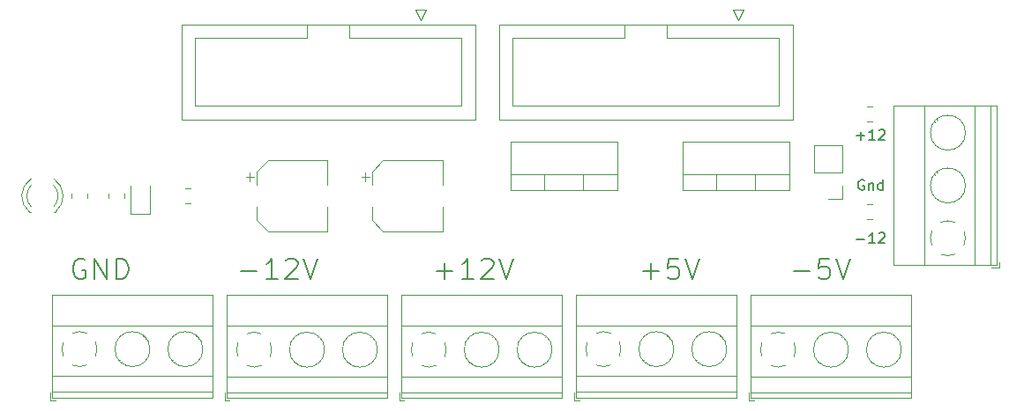
<source format=gbr>
%TF.GenerationSoftware,KiCad,Pcbnew,(6.0.0-0)*%
%TF.CreationDate,2022-12-13T21:11:07-05:00*%
%TF.ProjectId,power-module,706f7765-722d-46d6-9f64-756c652e6b69,rev?*%
%TF.SameCoordinates,Original*%
%TF.FileFunction,Legend,Top*%
%TF.FilePolarity,Positive*%
%FSLAX46Y46*%
G04 Gerber Fmt 4.6, Leading zero omitted, Abs format (unit mm)*
G04 Created by KiCad (PCBNEW (6.0.0-0)) date 2022-12-13 21:11:07*
%MOMM*%
%LPD*%
G01*
G04 APERTURE LIST*
%ADD10C,0.150000*%
%ADD11C,0.200000*%
%ADD12C,0.120000*%
G04 APERTURE END LIST*
D10*
X139382666Y-84399428D02*
X140144571Y-84399428D01*
X141144571Y-84780380D02*
X140573142Y-84780380D01*
X140858857Y-84780380D02*
X140858857Y-83780380D01*
X140763619Y-83923238D01*
X140668380Y-84018476D01*
X140573142Y-84066095D01*
X141525523Y-83875619D02*
X141573142Y-83828000D01*
X141668380Y-83780380D01*
X141906476Y-83780380D01*
X142001714Y-83828000D01*
X142049333Y-83875619D01*
X142096952Y-83970857D01*
X142096952Y-84066095D01*
X142049333Y-84208952D01*
X141477904Y-84780380D01*
X142096952Y-84780380D01*
X140073142Y-78748000D02*
X139977904Y-78700380D01*
X139835047Y-78700380D01*
X139692190Y-78748000D01*
X139596952Y-78843238D01*
X139549333Y-78938476D01*
X139501714Y-79128952D01*
X139501714Y-79271809D01*
X139549333Y-79462285D01*
X139596952Y-79557523D01*
X139692190Y-79652761D01*
X139835047Y-79700380D01*
X139930285Y-79700380D01*
X140073142Y-79652761D01*
X140120761Y-79605142D01*
X140120761Y-79271809D01*
X139930285Y-79271809D01*
X140549333Y-79033714D02*
X140549333Y-79700380D01*
X140549333Y-79128952D02*
X140596952Y-79081333D01*
X140692190Y-79033714D01*
X140835047Y-79033714D01*
X140930285Y-79081333D01*
X140977904Y-79176571D01*
X140977904Y-79700380D01*
X141882666Y-79700380D02*
X141882666Y-78700380D01*
X141882666Y-79652761D02*
X141787428Y-79700380D01*
X141596952Y-79700380D01*
X141501714Y-79652761D01*
X141454095Y-79605142D01*
X141406476Y-79509904D01*
X141406476Y-79224190D01*
X141454095Y-79128952D01*
X141501714Y-79081333D01*
X141596952Y-79033714D01*
X141787428Y-79033714D01*
X141882666Y-79081333D01*
X139382666Y-74486176D02*
X140144571Y-74486176D01*
X139763619Y-74867128D02*
X139763619Y-74105224D01*
X141144571Y-74867128D02*
X140573142Y-74867128D01*
X140858857Y-74867128D02*
X140858857Y-73867128D01*
X140763619Y-74009986D01*
X140668380Y-74105224D01*
X140573142Y-74152843D01*
X141525523Y-73962367D02*
X141573142Y-73914748D01*
X141668380Y-73867128D01*
X141906476Y-73867128D01*
X142001714Y-73914748D01*
X142049333Y-73962367D01*
X142096952Y-74057605D01*
X142096952Y-74152843D01*
X142049333Y-74295700D01*
X141477904Y-74867128D01*
X142096952Y-74867128D01*
D11*
X65278190Y-86376000D02*
X65087714Y-86280761D01*
X64802000Y-86280761D01*
X64516285Y-86376000D01*
X64325809Y-86566476D01*
X64230571Y-86756952D01*
X64135333Y-87137904D01*
X64135333Y-87423619D01*
X64230571Y-87804571D01*
X64325809Y-87995047D01*
X64516285Y-88185523D01*
X64802000Y-88280761D01*
X64992476Y-88280761D01*
X65278190Y-88185523D01*
X65373428Y-88090285D01*
X65373428Y-87423619D01*
X64992476Y-87423619D01*
X66230571Y-88280761D02*
X66230571Y-86280761D01*
X67373428Y-88280761D01*
X67373428Y-86280761D01*
X68325809Y-88280761D02*
X68325809Y-86280761D01*
X68802000Y-86280761D01*
X69087714Y-86376000D01*
X69278190Y-86566476D01*
X69373428Y-86756952D01*
X69468666Y-87137904D01*
X69468666Y-87423619D01*
X69373428Y-87804571D01*
X69278190Y-87995047D01*
X69087714Y-88185523D01*
X68802000Y-88280761D01*
X68325809Y-88280761D01*
X80296190Y-87518857D02*
X81820000Y-87518857D01*
X83820000Y-88280761D02*
X82677142Y-88280761D01*
X83248571Y-88280761D02*
X83248571Y-86280761D01*
X83058095Y-86566476D01*
X82867619Y-86756952D01*
X82677142Y-86852190D01*
X84581904Y-86471238D02*
X84677142Y-86376000D01*
X84867619Y-86280761D01*
X85343809Y-86280761D01*
X85534285Y-86376000D01*
X85629523Y-86471238D01*
X85724761Y-86661714D01*
X85724761Y-86852190D01*
X85629523Y-87137904D01*
X84486666Y-88280761D01*
X85724761Y-88280761D01*
X86296190Y-86280761D02*
X86962857Y-88280761D01*
X87629523Y-86280761D01*
X99092190Y-87518857D02*
X100616000Y-87518857D01*
X99854095Y-88280761D02*
X99854095Y-86756952D01*
X102616000Y-88280761D02*
X101473142Y-88280761D01*
X102044571Y-88280761D02*
X102044571Y-86280761D01*
X101854095Y-86566476D01*
X101663619Y-86756952D01*
X101473142Y-86852190D01*
X103377904Y-86471238D02*
X103473142Y-86376000D01*
X103663619Y-86280761D01*
X104139809Y-86280761D01*
X104330285Y-86376000D01*
X104425523Y-86471238D01*
X104520761Y-86661714D01*
X104520761Y-86852190D01*
X104425523Y-87137904D01*
X103282666Y-88280761D01*
X104520761Y-88280761D01*
X105092190Y-86280761D02*
X105758857Y-88280761D01*
X106425523Y-86280761D01*
X133318571Y-87518857D02*
X134842380Y-87518857D01*
X136747142Y-86280761D02*
X135794761Y-86280761D01*
X135699523Y-87233142D01*
X135794761Y-87137904D01*
X135985238Y-87042666D01*
X136461428Y-87042666D01*
X136651904Y-87137904D01*
X136747142Y-87233142D01*
X136842380Y-87423619D01*
X136842380Y-87899809D01*
X136747142Y-88090285D01*
X136651904Y-88185523D01*
X136461428Y-88280761D01*
X135985238Y-88280761D01*
X135794761Y-88185523D01*
X135699523Y-88090285D01*
X137413809Y-86280761D02*
X138080476Y-88280761D01*
X138747142Y-86280761D01*
X118840571Y-87518857D02*
X120364380Y-87518857D01*
X119602476Y-88280761D02*
X119602476Y-86756952D01*
X122269142Y-86280761D02*
X121316761Y-86280761D01*
X121221523Y-87233142D01*
X121316761Y-87137904D01*
X121507238Y-87042666D01*
X121983428Y-87042666D01*
X122173904Y-87137904D01*
X122269142Y-87233142D01*
X122364380Y-87423619D01*
X122364380Y-87899809D01*
X122269142Y-88090285D01*
X122173904Y-88185523D01*
X121983428Y-88280761D01*
X121507238Y-88280761D01*
X121316761Y-88185523D01*
X121221523Y-88090285D01*
X122935809Y-86280761D02*
X123602476Y-88280761D01*
X124269142Y-86280761D01*
D12*
%TO.C,J8*%
X97036000Y-62376000D02*
X97536000Y-63376000D01*
X98036000Y-62376000D02*
X97036000Y-62376000D01*
X97536000Y-63376000D02*
X98036000Y-62376000D01*
X86596000Y-65076000D02*
X86596000Y-63766000D01*
X86596000Y-65076000D02*
X86596000Y-65076000D01*
X75846000Y-65076000D02*
X86596000Y-65076000D01*
X75846000Y-71576000D02*
X75846000Y-65076000D01*
X101446000Y-71576000D02*
X75846000Y-71576000D01*
X101446000Y-65076000D02*
X101446000Y-71576000D01*
X90696000Y-65076000D02*
X101446000Y-65076000D01*
X90696000Y-63766000D02*
X90696000Y-65076000D01*
X74546000Y-63766000D02*
X102746000Y-63766000D01*
X74546000Y-72886000D02*
X74546000Y-63766000D01*
X102746000Y-72886000D02*
X74546000Y-72886000D01*
X102746000Y-63766000D02*
X102746000Y-72886000D01*
%TO.C,J7*%
X64775000Y-96676000D02*
G75*
G03*
X65458318Y-96530756I0J1680000D01*
G01*
X66310001Y-95680000D02*
G75*
G03*
X66310427Y-94312958I-1535001J684000D01*
G01*
X65459000Y-93460999D02*
G75*
G03*
X64091958Y-93460573I-684000J-1535001D01*
G01*
X63239999Y-94312000D02*
G75*
G03*
X63239573Y-95679042I1535001J-684000D01*
G01*
X64091000Y-96531000D02*
G75*
G03*
X64803805Y-96676253I684000J1535000D01*
G01*
X71535000Y-94996000D02*
G75*
G03*
X71535000Y-94996000I-1680000J0D01*
G01*
X76615000Y-94996000D02*
G75*
G03*
X76615000Y-94996000I-1680000J0D01*
G01*
X62175000Y-99096000D02*
X77535000Y-99096000D01*
X62175000Y-97596000D02*
X77535000Y-97596000D01*
X62175000Y-92695000D02*
X77535000Y-92695000D01*
X62175000Y-89735000D02*
X77535000Y-89735000D01*
X62175000Y-99656000D02*
X77535000Y-99656000D01*
X62175000Y-89735000D02*
X62175000Y-99656000D01*
X77535000Y-89735000D02*
X77535000Y-99656000D01*
X71130000Y-93927000D02*
X71083000Y-93973000D01*
X68821000Y-96235000D02*
X68786000Y-96270000D01*
X70925000Y-93721000D02*
X70890000Y-93757000D01*
X68628000Y-96019000D02*
X68581000Y-96065000D01*
X76210000Y-93927000D02*
X76163000Y-93973000D01*
X73901000Y-96235000D02*
X73866000Y-96270000D01*
X76005000Y-93721000D02*
X75970000Y-93757000D01*
X73708000Y-96019000D02*
X73661000Y-96065000D01*
X61935000Y-99156000D02*
X61935000Y-99896000D01*
X61935000Y-99896000D02*
X62435000Y-99896000D01*
%TO.C,R2*%
X64035000Y-80496064D02*
X64035000Y-80041936D01*
X65505000Y-80496064D02*
X65505000Y-80041936D01*
%TO.C,D2*%
X60135392Y-78596665D02*
G75*
G03*
X59978484Y-81829000I1078608J-1672335D01*
G01*
X62449516Y-81829000D02*
G75*
G03*
X62292608Y-78596665I-1235516J1560000D01*
G01*
X60134163Y-79227870D02*
G75*
G03*
X60134000Y-81309961I1079837J-1041130D01*
G01*
X62294000Y-81309961D02*
G75*
G03*
X62293837Y-79227870I-1080000J1040961D01*
G01*
X59978000Y-81829000D02*
X60134000Y-81829000D01*
X62294000Y-81829000D02*
X62450000Y-81829000D01*
%TO.C,J6*%
X81534000Y-96727000D02*
G75*
G03*
X82217318Y-96581756I0J1680000D01*
G01*
X83069001Y-95731000D02*
G75*
G03*
X83069427Y-94363958I-1535001J684000D01*
G01*
X82218000Y-93511999D02*
G75*
G03*
X80850958Y-93511573I-684000J-1535001D01*
G01*
X79998999Y-94363000D02*
G75*
G03*
X79998573Y-95730042I1535001J-684000D01*
G01*
X80850000Y-96582000D02*
G75*
G03*
X81562805Y-96727253I684000J1535000D01*
G01*
X88294000Y-95047000D02*
G75*
G03*
X88294000Y-95047000I-1680000J0D01*
G01*
X93374000Y-95047000D02*
G75*
G03*
X93374000Y-95047000I-1680000J0D01*
G01*
X78934000Y-99147000D02*
X94294000Y-99147000D01*
X78934000Y-97647000D02*
X94294000Y-97647000D01*
X78934000Y-92746000D02*
X94294000Y-92746000D01*
X78934000Y-89786000D02*
X94294000Y-89786000D01*
X78934000Y-99707000D02*
X94294000Y-99707000D01*
X78934000Y-89786000D02*
X78934000Y-99707000D01*
X94294000Y-89786000D02*
X94294000Y-99707000D01*
X87889000Y-93978000D02*
X87842000Y-94024000D01*
X85580000Y-96286000D02*
X85545000Y-96321000D01*
X87684000Y-93772000D02*
X87649000Y-93808000D01*
X85387000Y-96070000D02*
X85340000Y-96116000D01*
X92969000Y-93978000D02*
X92922000Y-94024000D01*
X90660000Y-96286000D02*
X90625000Y-96321000D01*
X92764000Y-93772000D02*
X92729000Y-93808000D01*
X90467000Y-96070000D02*
X90420000Y-96116000D01*
X78694000Y-99207000D02*
X78694000Y-99947000D01*
X78694000Y-99947000D02*
X79194000Y-99947000D01*
%TO.C,J5*%
X98298000Y-96727000D02*
G75*
G03*
X98981318Y-96581756I0J1680000D01*
G01*
X99833001Y-95731000D02*
G75*
G03*
X99833427Y-94363958I-1535001J684000D01*
G01*
X98982000Y-93511999D02*
G75*
G03*
X97614958Y-93511573I-684000J-1535001D01*
G01*
X96762999Y-94363000D02*
G75*
G03*
X96762573Y-95730042I1535001J-684000D01*
G01*
X97614000Y-96582000D02*
G75*
G03*
X98326805Y-96727253I684000J1535000D01*
G01*
X105058000Y-95047000D02*
G75*
G03*
X105058000Y-95047000I-1680000J0D01*
G01*
X110138000Y-95047000D02*
G75*
G03*
X110138000Y-95047000I-1680000J0D01*
G01*
X95698000Y-99147000D02*
X111058000Y-99147000D01*
X95698000Y-97647000D02*
X111058000Y-97647000D01*
X95698000Y-92746000D02*
X111058000Y-92746000D01*
X95698000Y-89786000D02*
X111058000Y-89786000D01*
X95698000Y-99707000D02*
X111058000Y-99707000D01*
X95698000Y-89786000D02*
X95698000Y-99707000D01*
X111058000Y-89786000D02*
X111058000Y-99707000D01*
X104653000Y-93978000D02*
X104606000Y-94024000D01*
X102344000Y-96286000D02*
X102309000Y-96321000D01*
X104448000Y-93772000D02*
X104413000Y-93808000D01*
X102151000Y-96070000D02*
X102104000Y-96116000D01*
X109733000Y-93978000D02*
X109686000Y-94024000D01*
X107424000Y-96286000D02*
X107389000Y-96321000D01*
X109528000Y-93772000D02*
X109493000Y-93808000D01*
X107231000Y-96070000D02*
X107184000Y-96116000D01*
X95458000Y-99207000D02*
X95458000Y-99947000D01*
X95458000Y-99947000D02*
X95958000Y-99947000D01*
%TO.C,J4*%
X131831000Y-96727000D02*
G75*
G03*
X132514318Y-96581756I0J1680000D01*
G01*
X133366001Y-95731000D02*
G75*
G03*
X133366427Y-94363958I-1535001J684000D01*
G01*
X132515000Y-93511999D02*
G75*
G03*
X131147958Y-93511573I-684000J-1535001D01*
G01*
X130295999Y-94363000D02*
G75*
G03*
X130295573Y-95730042I1535001J-684000D01*
G01*
X131147000Y-96582000D02*
G75*
G03*
X131859805Y-96727253I684000J1535000D01*
G01*
X138591000Y-95047000D02*
G75*
G03*
X138591000Y-95047000I-1680000J0D01*
G01*
X143671000Y-95047000D02*
G75*
G03*
X143671000Y-95047000I-1680000J0D01*
G01*
X129231000Y-99147000D02*
X144591000Y-99147000D01*
X129231000Y-97647000D02*
X144591000Y-97647000D01*
X129231000Y-92746000D02*
X144591000Y-92746000D01*
X129231000Y-89786000D02*
X144591000Y-89786000D01*
X129231000Y-99707000D02*
X144591000Y-99707000D01*
X129231000Y-89786000D02*
X129231000Y-99707000D01*
X144591000Y-89786000D02*
X144591000Y-99707000D01*
X138186000Y-93978000D02*
X138139000Y-94024000D01*
X135877000Y-96286000D02*
X135842000Y-96321000D01*
X137981000Y-93772000D02*
X137946000Y-93808000D01*
X135684000Y-96070000D02*
X135637000Y-96116000D01*
X143266000Y-93978000D02*
X143219000Y-94024000D01*
X140957000Y-96286000D02*
X140922000Y-96321000D01*
X143061000Y-93772000D02*
X143026000Y-93808000D01*
X140764000Y-96070000D02*
X140717000Y-96116000D01*
X128991000Y-99207000D02*
X128991000Y-99947000D01*
X128991000Y-99947000D02*
X129491000Y-99947000D01*
%TO.C,J3*%
X115067000Y-96676000D02*
G75*
G03*
X115750318Y-96530756I0J1680000D01*
G01*
X116602001Y-95680000D02*
G75*
G03*
X116602427Y-94312958I-1535001J684000D01*
G01*
X115751000Y-93460999D02*
G75*
G03*
X114383958Y-93460573I-684000J-1535001D01*
G01*
X113531999Y-94312000D02*
G75*
G03*
X113531573Y-95679042I1535001J-684000D01*
G01*
X114383000Y-96531000D02*
G75*
G03*
X115095805Y-96676253I684000J1535000D01*
G01*
X121827000Y-94996000D02*
G75*
G03*
X121827000Y-94996000I-1680000J0D01*
G01*
X126907000Y-94996000D02*
G75*
G03*
X126907000Y-94996000I-1680000J0D01*
G01*
X112467000Y-99096000D02*
X127827000Y-99096000D01*
X112467000Y-97596000D02*
X127827000Y-97596000D01*
X112467000Y-92695000D02*
X127827000Y-92695000D01*
X112467000Y-89735000D02*
X127827000Y-89735000D01*
X112467000Y-99656000D02*
X127827000Y-99656000D01*
X112467000Y-89735000D02*
X112467000Y-99656000D01*
X127827000Y-89735000D02*
X127827000Y-99656000D01*
X121422000Y-93927000D02*
X121375000Y-93973000D01*
X119113000Y-96235000D02*
X119078000Y-96270000D01*
X121217000Y-93721000D02*
X121182000Y-93757000D01*
X118920000Y-96019000D02*
X118873000Y-96065000D01*
X126502000Y-93927000D02*
X126455000Y-93973000D01*
X124193000Y-96235000D02*
X124158000Y-96270000D01*
X126297000Y-93721000D02*
X126262000Y-93757000D01*
X124000000Y-96019000D02*
X123953000Y-96065000D01*
X112227000Y-99156000D02*
X112227000Y-99896000D01*
X112227000Y-99896000D02*
X112727000Y-99896000D01*
%TO.C,J1*%
X149813000Y-84333000D02*
G75*
G03*
X149667756Y-83649682I-1680000J0D01*
G01*
X148817000Y-82797999D02*
G75*
G03*
X147449958Y-82797573I-684000J-1535001D01*
G01*
X146597999Y-83649000D02*
G75*
G03*
X146597573Y-85016042I1535001J-684000D01*
G01*
X147449000Y-85868001D02*
G75*
G03*
X148816042Y-85868427I684000J1535001D01*
G01*
X149668000Y-85017000D02*
G75*
G03*
X149813253Y-84304195I-1535000J684000D01*
G01*
X149813000Y-79253000D02*
G75*
G03*
X149813000Y-79253000I-1680000J0D01*
G01*
X149813000Y-74173000D02*
G75*
G03*
X149813000Y-74173000I-1680000J0D01*
G01*
X152233000Y-86933000D02*
X152233000Y-71573000D01*
X150733000Y-86933000D02*
X150733000Y-71573000D01*
X145832000Y-86933000D02*
X145832000Y-71573000D01*
X142872000Y-86933000D02*
X142872000Y-71573000D01*
X152793000Y-86933000D02*
X152793000Y-71573000D01*
X142872000Y-86933000D02*
X152793000Y-86933000D01*
X142872000Y-71573000D02*
X152793000Y-71573000D01*
X147064000Y-77978000D02*
X147110000Y-78025000D01*
X149372000Y-80287000D02*
X149407000Y-80322000D01*
X146858000Y-78183000D02*
X146894000Y-78218000D01*
X149156000Y-80480000D02*
X149202000Y-80527000D01*
X147064000Y-72898000D02*
X147110000Y-72945000D01*
X149372000Y-75207000D02*
X149407000Y-75242000D01*
X146858000Y-73103000D02*
X146894000Y-73138000D01*
X149156000Y-75400000D02*
X149202000Y-75447000D01*
X152293000Y-87173000D02*
X153033000Y-87173000D01*
X153033000Y-87173000D02*
X153033000Y-86673000D01*
%TO.C,U2*%
X125911000Y-79724000D02*
X125911000Y-78214000D01*
X129612000Y-79724000D02*
X129612000Y-78214000D01*
X132882000Y-78214000D02*
X122642000Y-78214000D01*
X122642000Y-79724000D02*
X122642000Y-75083000D01*
X132882000Y-79724000D02*
X132882000Y-75083000D01*
X132882000Y-75083000D02*
X122642000Y-75083000D01*
X132882000Y-79724000D02*
X122642000Y-79724000D01*
%TO.C,U1*%
X109401000Y-79724000D02*
X109401000Y-78214000D01*
X113102000Y-79724000D02*
X113102000Y-78214000D01*
X116372000Y-78214000D02*
X106132000Y-78214000D01*
X106132000Y-79724000D02*
X106132000Y-75083000D01*
X116372000Y-79724000D02*
X116372000Y-75083000D01*
X116372000Y-75083000D02*
X106132000Y-75083000D01*
X116372000Y-79724000D02*
X106132000Y-79724000D01*
%TO.C,SW1*%
X137982000Y-75383000D02*
X135322000Y-75383000D01*
X137982000Y-77983000D02*
X137982000Y-75383000D01*
X135322000Y-77983000D02*
X135322000Y-75383000D01*
X137982000Y-77983000D02*
X135322000Y-77983000D01*
X137982000Y-79253000D02*
X137982000Y-80583000D01*
X137982000Y-80583000D02*
X136652000Y-80583000D01*
%TO.C,R1*%
X67591000Y-80491064D02*
X67591000Y-80036936D01*
X69061000Y-80491064D02*
X69061000Y-80036936D01*
%TO.C,J2*%
X127516000Y-62376000D02*
X128016000Y-63376000D01*
X128516000Y-62376000D02*
X127516000Y-62376000D01*
X128016000Y-63376000D02*
X128516000Y-62376000D01*
X117076000Y-65076000D02*
X117076000Y-63766000D01*
X117076000Y-65076000D02*
X117076000Y-65076000D01*
X106326000Y-65076000D02*
X117076000Y-65076000D01*
X106326000Y-71576000D02*
X106326000Y-65076000D01*
X131926000Y-71576000D02*
X106326000Y-71576000D01*
X131926000Y-65076000D02*
X131926000Y-71576000D01*
X121176000Y-65076000D02*
X131926000Y-65076000D01*
X121176000Y-63766000D02*
X121176000Y-65076000D01*
X105026000Y-63766000D02*
X133226000Y-63766000D01*
X105026000Y-72886000D02*
X105026000Y-63766000D01*
X133226000Y-72886000D02*
X105026000Y-72886000D01*
X133226000Y-63766000D02*
X133226000Y-72886000D01*
%TO.C,D1*%
X69652000Y-79264000D02*
X69652000Y-81949000D01*
X69652000Y-81949000D02*
X71572000Y-81949000D01*
X71572000Y-81949000D02*
X71572000Y-79264000D01*
%TO.C,C5*%
X88594000Y-83674000D02*
X88594000Y-81324000D01*
X88594000Y-76854000D02*
X88594000Y-79204000D01*
X82838437Y-76854000D02*
X88594000Y-76854000D01*
X82838437Y-83674000D02*
X88594000Y-83674000D01*
X81774000Y-82609563D02*
X81774000Y-81324000D01*
X81774000Y-77918437D02*
X81774000Y-79204000D01*
X81774000Y-77918437D02*
X82838437Y-76854000D01*
X81774000Y-82609563D02*
X82838437Y-83674000D01*
X80746500Y-78416500D02*
X81534000Y-78416500D01*
X81140250Y-78022750D02*
X81140250Y-78810250D01*
%TO.C,C4*%
X99676000Y-83674000D02*
X99676000Y-81324000D01*
X99676000Y-76854000D02*
X99676000Y-79204000D01*
X93920437Y-76854000D02*
X99676000Y-76854000D01*
X93920437Y-83674000D02*
X99676000Y-83674000D01*
X92856000Y-82609563D02*
X92856000Y-81324000D01*
X92856000Y-77918437D02*
X92856000Y-79204000D01*
X92856000Y-77918437D02*
X93920437Y-76854000D01*
X92856000Y-82609563D02*
X93920437Y-83674000D01*
X91828500Y-78416500D02*
X92616000Y-78416500D01*
X92222250Y-78022750D02*
X92222250Y-78810250D01*
%TO.C,C3*%
X74922748Y-79529000D02*
X75445252Y-79529000D01*
X74922748Y-80999000D02*
X75445252Y-80999000D01*
%TO.C,C2*%
X140911252Y-71655000D02*
X140388748Y-71655000D01*
X140911252Y-73125000D02*
X140388748Y-73125000D01*
%TO.C,C1*%
X140911252Y-82523000D02*
X140388748Y-82523000D01*
X140911252Y-81053000D02*
X140388748Y-81053000D01*
%TD*%
M02*

</source>
